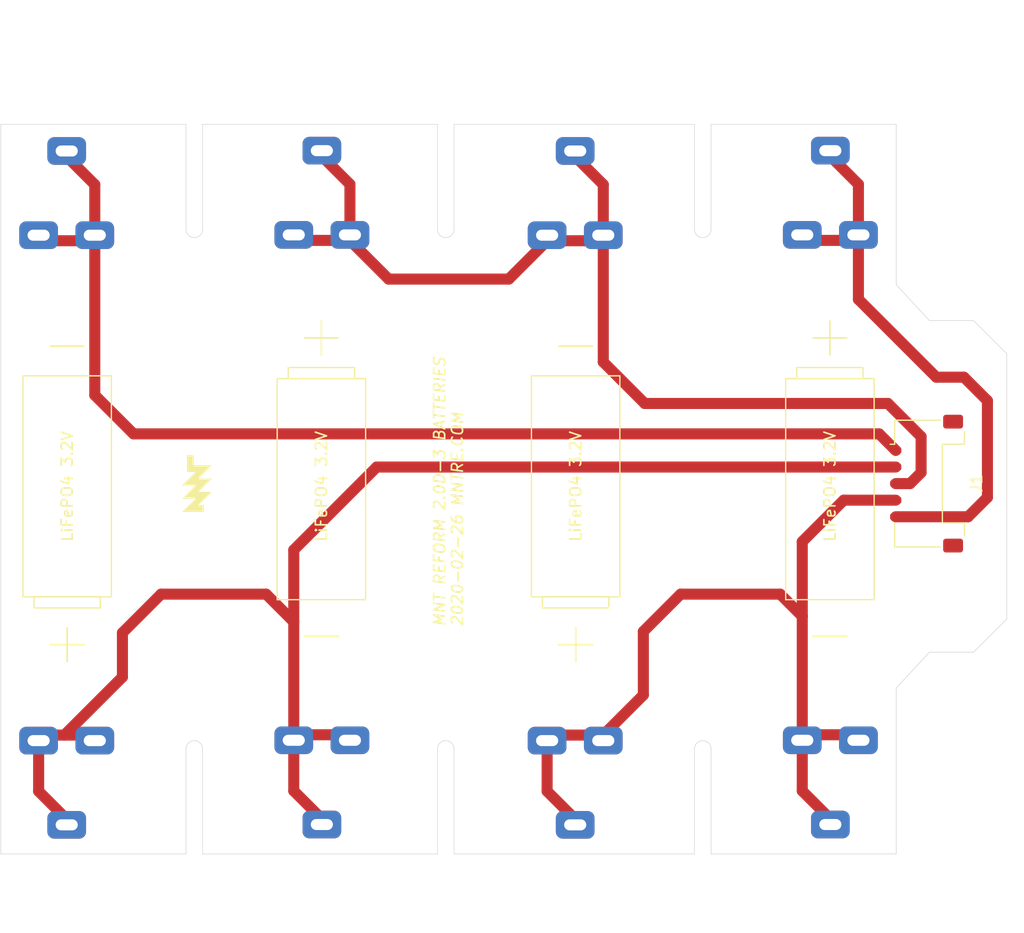
<source format=kicad_pcb>
(kicad_pcb (version 20171130) (host pcbnew 5.1.2+dfsg1-1)

  (general
    (thickness 1.6)
    (drawings 42)
    (tracks 64)
    (zones 0)
    (modules 14)
    (nets 6)
  )

  (page A4)
  (layers
    (0 F.Cu signal)
    (31 B.Cu signal)
    (32 B.Adhes user)
    (33 F.Adhes user)
    (34 B.Paste user)
    (35 F.Paste user)
    (36 B.SilkS user)
    (37 F.SilkS user)
    (38 B.Mask user)
    (39 F.Mask user)
    (40 Dwgs.User user)
    (41 Cmts.User user)
    (42 Eco1.User user)
    (43 Eco2.User user)
    (44 Edge.Cuts user)
    (45 Margin user)
    (46 B.CrtYd user)
    (47 F.CrtYd user)
    (48 B.Fab user hide)
    (49 F.Fab user hide)
  )

  (setup
    (last_trace_width 0.25)
    (trace_clearance 0.2)
    (zone_clearance 0.508)
    (zone_45_only no)
    (trace_min 0.2)
    (via_size 0.8)
    (via_drill 0.4)
    (via_min_size 0.4)
    (via_min_drill 0.3)
    (uvia_size 0.3)
    (uvia_drill 0.1)
    (uvias_allowed no)
    (uvia_min_size 0.2)
    (uvia_min_drill 0.1)
    (edge_width 0.05)
    (segment_width 0.2)
    (pcb_text_width 0.3)
    (pcb_text_size 1.5 1.5)
    (mod_edge_width 0.12)
    (mod_text_size 1 1)
    (mod_text_width 0.15)
    (pad_size 1.524 1.524)
    (pad_drill 0.762)
    (pad_to_mask_clearance 0.051)
    (solder_mask_min_width 0.25)
    (aux_axis_origin 0 0)
    (visible_elements FFFFFF7F)
    (pcbplotparams
      (layerselection 0x010fc_ffffffff)
      (usegerberextensions false)
      (usegerberattributes true)
      (usegerberadvancedattributes false)
      (creategerberjobfile false)
      (excludeedgelayer true)
      (linewidth 0.100000)
      (plotframeref false)
      (viasonmask false)
      (mode 1)
      (useauxorigin false)
      (hpglpennumber 1)
      (hpglpenspeed 20)
      (hpglpendiameter 15.000000)
      (psnegative false)
      (psa4output false)
      (plotreference true)
      (plotvalue true)
      (plotinvisibletext false)
      (padsonsilk false)
      (subtractmaskfromsilk false)
      (outputformat 1)
      (mirror false)
      (drillshape 0)
      (scaleselection 1)
      (outputdirectory "reform2-batterypack-d3"))
  )

  (net 0 "")
  (net 1 "Net-(J1-Pad5)")
  (net 2 "Net-(J1-Pad4)")
  (net 3 "Net-(J1-Pad3)")
  (net 4 "Net-(J1-Pad2)")
  (net 5 "Net-(J1-Pad1)")

  (net_class Default "This is the default net class."
    (clearance 0.2)
    (trace_width 0.25)
    (via_dia 0.8)
    (via_drill 0.4)
    (uvia_dia 0.3)
    (uvia_drill 0.1)
  )

  (net_class PWR ""
    (clearance 0.2)
    (trace_width 1.5)
    (via_dia 0.8)
    (via_drill 0.4)
    (uvia_dia 0.3)
    (uvia_drill 0.1)
    (add_net "Net-(J1-Pad1)")
    (add_net "Net-(J1-Pad2)")
    (add_net "Net-(J1-Pad3)")
    (add_net "Net-(J1-Pad4)")
    (add_net "Net-(J1-Pad5)")
  )

  (module footprints:mnt-minilogo (layer F.Cu) (tedit 0) (tstamp 5E56C274)
    (at 113.25 120 90)
    (path /5E56D901)
    (fp_text reference H9 (at 0 0 90) (layer F.SilkS) hide
      (effects (font (size 1.524 1.524) (thickness 0.3)))
    )
    (fp_text value LOGO (at 0.75 0 90) (layer F.SilkS) hide
      (effects (font (size 1.524 1.524) (thickness 0.3)))
    )
    (fp_poly (pts (xy -1.9558 -0.7239) (xy -1.354667 -0.122811) (xy -1.354667 -0.721806) (xy -1.354561 -0.829796)
      (xy -1.354254 -0.929905) (xy -1.353758 -1.021054) (xy -1.353088 -1.102165) (xy -1.352258 -1.172162)
      (xy -1.35128 -1.229967) (xy -1.350169 -1.274502) (xy -1.348939 -1.30469) (xy -1.347603 -1.319454)
      (xy -1.347041 -1.3208) (xy -1.340135 -1.314917) (xy -1.322129 -1.297806) (xy -1.293837 -1.270277)
      (xy -1.256071 -1.233136) (xy -1.209644 -1.187193) (xy -1.155367 -1.133255) (xy -1.094054 -1.072132)
      (xy -1.026517 -1.00463) (xy -0.953568 -0.931558) (xy -0.87602 -0.853725) (xy -0.794685 -0.771938)
      (xy -0.745908 -0.722819) (xy -0.1524 -0.124838) (xy -0.1524 -0.722819) (xy -0.152312 -0.821758)
      (xy -0.152058 -0.915585) (xy -0.151652 -1.002952) (xy -0.151109 -1.08251) (xy -0.150444 -1.152909)
      (xy -0.149669 -1.212802) (xy -0.1488 -1.260839) (xy -0.147852 -1.295671) (xy -0.146838 -1.31595)
      (xy -0.146027 -1.3208) (xy -0.139274 -1.31494) (xy -0.121377 -1.297899) (xy -0.093153 -1.270483)
      (xy -0.055417 -1.2335) (xy -0.008984 -1.187757) (xy 0.045328 -1.134061) (xy 0.106706 -1.073219)
      (xy 0.174333 -1.006037) (xy 0.247393 -0.933323) (xy 0.325071 -0.855885) (xy 0.406551 -0.774528)
      (xy 0.45299 -0.728105) (xy 1.045634 -0.135411) (xy 1.049867 -0.518555) (xy 1.0541 -0.9017)
      (xy 1.805517 -0.903862) (xy 2.556934 -0.906025) (xy 2.556934 -0.304948) (xy 1.655234 -0.300566)
      (xy 1.653074 0.512168) (xy 1.650914 1.324903) (xy 1.049824 0.723857) (xy 0.448733 0.122812)
      (xy 0.448733 1.324989) (xy -0.152342 0.723958) (xy -0.753418 0.122926) (xy -0.755592 0.721872)
      (xy -0.757766 1.320817) (xy -1.356783 0.7218) (xy -1.9558 0.122782) (xy -1.9558 0.601133)
      (xy -2.556933 0.601133) (xy -2.556933 -1.324988) (xy -1.9558 -0.7239)) (layer F.SilkS) (width 0.01))
  )

  (module reform2-batterypack:Keystone54 (layer F.Cu) (tedit 5E56AB52) (tstamp 5D9660E8)
    (at 168 98)
    (path /5F0FA861)
    (fp_text reference U4 (at -0.5 -4 90) (layer F.SilkS) hide
      (effects (font (size 1 0.9) (thickness 0.05)))
    )
    (fp_text value KEYSTONE_54 (at 2.5 4) (layer F.SilkS) hide
      (effects (font (size 1 0.9) (thickness 0.05)))
    )
    (fp_text user "LiFePO4 3.2V" (at 2.5 22.25 90) (layer F.SilkS)
      (effects (font (size 1 1) (thickness 0.15)))
    )
    (fp_text user - (at 2.5 35.5) (layer F.SilkS)
      (effects (font (size 4 4) (thickness 0.15)))
    )
    (fp_line (start -1.5 32.5) (end -1.5 12.5) (layer F.SilkS) (width 0.12))
    (fp_line (start 6.5 32.5) (end -1.5 32.5) (layer F.SilkS) (width 0.12))
    (fp_line (start 6.5 12.5) (end 6.5 32.5) (layer F.SilkS) (width 0.12))
    (fp_line (start -1.5 12.5) (end 6.5 12.5) (layer F.SilkS) (width 0.12))
    (fp_line (start -0.5 12.5) (end -0.5 11.5) (layer F.SilkS) (width 0.12))
    (fp_line (start 5.5 12.5) (end -0.5 12.5) (layer F.SilkS) (width 0.12))
    (fp_line (start 5.5 11.5) (end 5.5 12.5) (layer F.SilkS) (width 0.12))
    (fp_line (start -0.5 11.5) (end 5.5 11.5) (layer F.SilkS) (width 0.12))
    (fp_text user + (at 2.5 8.5) (layer F.SilkS)
      (effects (font (size 4 4) (thickness 0.15)))
    )
    (pad 6 thru_hole roundrect (at 2.54 52.84) (size 3.5 2.5) (drill oval 2 1) (layers *.Cu *.Mask) (roundrect_rratio 0.25)
      (net 2 "Net-(J1-Pad4)"))
    (pad 5 thru_hole roundrect (at 5.08 45.22) (size 3.5 2.5) (drill oval 2 1) (layers *.Cu *.Mask) (roundrect_rratio 0.25)
      (net 2 "Net-(J1-Pad4)"))
    (pad 4 thru_hole roundrect (at 0 45.22) (size 3.5 2.5) (drill oval 2 1) (layers *.Cu *.Mask) (roundrect_rratio 0.25)
      (net 2 "Net-(J1-Pad4)"))
    (pad 3 thru_hole roundrect (at 2.54 -8.12) (size 3.5 2.5) (drill oval 2 1) (layers *.Cu *.Mask) (roundrect_rratio 0.25)
      (net 1 "Net-(J1-Pad5)"))
    (pad 2 thru_hole roundrect (at 5.08 -0.5) (size 3.5 2.5) (drill oval 2 1) (layers *.Cu *.Mask) (roundrect_rratio 0.25)
      (net 1 "Net-(J1-Pad5)"))
    (pad 1 thru_hole roundrect (at 0 -0.5) (size 3.5 2.5) (drill oval 2 1) (layers *.Cu *.Mask) (roundrect_rratio 0.25)
      (net 1 "Net-(J1-Pad5)"))
    (model "${KIPRJMOD}/3d-models/Bateria 18650 3.7 V 1300 mAh d.18 mm.STEP"
      (offset (xyz 2.5 -56 10.5))
      (scale (xyz 1 1 1))
      (rotate (xyz 0 0 0))
    )
    (model ${KIPRJMOD}/3d-models/keystone-PN54.STEP
      (offset (xyz 2.5 -1.25 0))
      (scale (xyz 1 1 1))
      (rotate (xyz -90 0 -90))
    )
    (model ${KIPRJMOD}/3d-models/keystone-PN54.STEP
      (offset (xyz 2.5 -43.5 0))
      (scale (xyz 1 1 1))
      (rotate (xyz -90 0 90))
    )
  )

  (module reform2-batterypack:Keystone54 (layer F.Cu) (tedit 5E56AB52) (tstamp 5D9B2089)
    (at 150 142.75 180)
    (path /5F0FA857)
    (fp_text reference U3 (at -0.5 -4.25 90) (layer F.SilkS) hide
      (effects (font (size 1 0.9) (thickness 0.05)))
    )
    (fp_text value KEYSTONE_54 (at 2 4) (layer F.SilkS) hide
      (effects (font (size 1 0.9) (thickness 0.05)))
    )
    (fp_text user "LiFePO4 3.2V" (at 2.5 22.5 90) (layer F.SilkS)
      (effects (font (size 1 1) (thickness 0.15)))
    )
    (fp_text user - (at 2.5 35.5) (layer F.SilkS)
      (effects (font (size 4 4) (thickness 0.15)))
    )
    (fp_line (start -1.5 32.5) (end -1.5 12.5) (layer F.SilkS) (width 0.12))
    (fp_line (start 6.5 32.5) (end -1.5 32.5) (layer F.SilkS) (width 0.12))
    (fp_line (start 6.5 12.5) (end 6.5 32.5) (layer F.SilkS) (width 0.12))
    (fp_line (start -1.5 12.5) (end 6.5 12.5) (layer F.SilkS) (width 0.12))
    (fp_line (start -0.5 12.5) (end -0.5 11.5) (layer F.SilkS) (width 0.12))
    (fp_line (start 5.5 12.5) (end -0.5 12.5) (layer F.SilkS) (width 0.12))
    (fp_line (start 5.5 11.5) (end 5.5 12.5) (layer F.SilkS) (width 0.12))
    (fp_line (start -0.5 11.5) (end 5.5 11.5) (layer F.SilkS) (width 0.12))
    (fp_text user + (at 2.5 8.5) (layer F.SilkS)
      (effects (font (size 4 4) (thickness 0.15)))
    )
    (pad 6 thru_hole roundrect (at 2.54 52.84 180) (size 3.5 2.5) (drill oval 2 1) (layers *.Cu *.Mask) (roundrect_rratio 0.25)
      (net 3 "Net-(J1-Pad3)"))
    (pad 5 thru_hole roundrect (at 5.08 45.22 180) (size 3.5 2.5) (drill oval 2 1) (layers *.Cu *.Mask) (roundrect_rratio 0.25)
      (net 3 "Net-(J1-Pad3)"))
    (pad 4 thru_hole roundrect (at 0 45.22 180) (size 3.5 2.5) (drill oval 2 1) (layers *.Cu *.Mask) (roundrect_rratio 0.25)
      (net 3 "Net-(J1-Pad3)"))
    (pad 3 thru_hole roundrect (at 2.54 -8.12 180) (size 3.5 2.5) (drill oval 2 1) (layers *.Cu *.Mask) (roundrect_rratio 0.25)
      (net 2 "Net-(J1-Pad4)"))
    (pad 2 thru_hole roundrect (at 5.08 -0.5 180) (size 3.5 2.5) (drill oval 2 1) (layers *.Cu *.Mask) (roundrect_rratio 0.25)
      (net 2 "Net-(J1-Pad4)"))
    (pad 1 thru_hole roundrect (at 0 -0.5 180) (size 3.5 2.5) (drill oval 2 1) (layers *.Cu *.Mask) (roundrect_rratio 0.25)
      (net 2 "Net-(J1-Pad4)"))
    (model "${KIPRJMOD}/3d-models/Bateria 18650 3.7 V 1300 mAh d.18 mm.STEP"
      (offset (xyz 2.5 -56 10.5))
      (scale (xyz 1 1 1))
      (rotate (xyz 0 0 0))
    )
    (model ${KIPRJMOD}/3d-models/keystone-PN54.STEP
      (offset (xyz 2.5 -1.25 0))
      (scale (xyz 1 1 1))
      (rotate (xyz -90 0 -90))
    )
    (model ${KIPRJMOD}/3d-models/keystone-PN54.STEP
      (offset (xyz 2.5 -43.5 0))
      (scale (xyz 1 1 1))
      (rotate (xyz -90 0 90))
    )
  )

  (module reform2-batterypack:Keystone54 (layer F.Cu) (tedit 5E56AB52) (tstamp 5D966038)
    (at 122 98)
    (path /5F0F9013)
    (fp_text reference U2 (at -1 -5 90) (layer F.SilkS) hide
      (effects (font (size 1 0.9) (thickness 0.05)))
    )
    (fp_text value KEYSTONE_54 (at 2.5 4) (layer F.SilkS) hide
      (effects (font (size 1 0.9) (thickness 0.05)))
    )
    (fp_text user "LiFePO4 3.2V" (at 2.5 22.25 90) (layer F.SilkS)
      (effects (font (size 1 1) (thickness 0.15)))
    )
    (fp_text user - (at 2.5 35.5) (layer F.SilkS)
      (effects (font (size 4 4) (thickness 0.15)))
    )
    (fp_line (start -1.5 32.5) (end -1.5 12.5) (layer F.SilkS) (width 0.12))
    (fp_line (start 6.5 32.5) (end -1.5 32.5) (layer F.SilkS) (width 0.12))
    (fp_line (start 6.5 12.5) (end 6.5 32.5) (layer F.SilkS) (width 0.12))
    (fp_line (start -1.5 12.5) (end 6.5 12.5) (layer F.SilkS) (width 0.12))
    (fp_line (start -0.5 12.5) (end -0.5 11.5) (layer F.SilkS) (width 0.12))
    (fp_line (start 5.5 12.5) (end -0.5 12.5) (layer F.SilkS) (width 0.12))
    (fp_line (start 5.5 11.5) (end 5.5 12.5) (layer F.SilkS) (width 0.12))
    (fp_line (start -0.5 11.5) (end 5.5 11.5) (layer F.SilkS) (width 0.12))
    (fp_text user + (at 2.5 8.5) (layer F.SilkS)
      (effects (font (size 4 4) (thickness 0.15)))
    )
    (pad 6 thru_hole roundrect (at 2.54 52.84) (size 3.5 2.5) (drill oval 2 1) (layers *.Cu *.Mask) (roundrect_rratio 0.25)
      (net 4 "Net-(J1-Pad2)"))
    (pad 5 thru_hole roundrect (at 5.08 45.22) (size 3.5 2.5) (drill oval 2 1) (layers *.Cu *.Mask) (roundrect_rratio 0.25)
      (net 4 "Net-(J1-Pad2)"))
    (pad 4 thru_hole roundrect (at 0 45.22) (size 3.5 2.5) (drill oval 2 1) (layers *.Cu *.Mask) (roundrect_rratio 0.25)
      (net 4 "Net-(J1-Pad2)"))
    (pad 3 thru_hole roundrect (at 2.54 -8.12) (size 3.5 2.5) (drill oval 2 1) (layers *.Cu *.Mask) (roundrect_rratio 0.25)
      (net 3 "Net-(J1-Pad3)"))
    (pad 2 thru_hole roundrect (at 5.08 -0.5) (size 3.5 2.5) (drill oval 2 1) (layers *.Cu *.Mask) (roundrect_rratio 0.25)
      (net 3 "Net-(J1-Pad3)"))
    (pad 1 thru_hole roundrect (at 0 -0.5) (size 3.5 2.5) (drill oval 2 1) (layers *.Cu *.Mask) (roundrect_rratio 0.25)
      (net 3 "Net-(J1-Pad3)"))
    (model "${KIPRJMOD}/3d-models/Bateria 18650 3.7 V 1300 mAh d.18 mm.STEP"
      (offset (xyz 2.5 -56 10.5))
      (scale (xyz 1 1 1))
      (rotate (xyz 0 0 0))
    )
    (model ${KIPRJMOD}/3d-models/keystone-PN54.STEP
      (offset (xyz 2.5 -1.25 0))
      (scale (xyz 1 1 1))
      (rotate (xyz -90 0 -90))
    )
    (model ${KIPRJMOD}/3d-models/keystone-PN54.STEP
      (offset (xyz 2.5 -43.5 0))
      (scale (xyz 1 1 1))
      (rotate (xyz -90 0 90))
    )
  )

  (module reform2-batterypack:Keystone54 (layer F.Cu) (tedit 5E56AB52) (tstamp 5D9B10C8)
    (at 104 142.75 180)
    (path /5F0F7120)
    (fp_text reference U1 (at -1 -5.25 270) (layer F.SilkS) hide
      (effects (font (size 1 0.9) (thickness 0.05)))
    )
    (fp_text value KEYSTONE_54 (at 2 4 180) (layer F.SilkS) hide
      (effects (font (size 1 0.9) (thickness 0.05)))
    )
    (fp_text user + (at 2.5 8.5 180) (layer F.SilkS)
      (effects (font (size 4 4) (thickness 0.15)))
    )
    (fp_line (start -0.5 11.5) (end 5.5 11.5) (layer F.SilkS) (width 0.12))
    (fp_line (start 5.5 11.5) (end 5.5 12.5) (layer F.SilkS) (width 0.12))
    (fp_line (start 5.5 12.5) (end -0.5 12.5) (layer F.SilkS) (width 0.12))
    (fp_line (start -0.5 12.5) (end -0.5 11.5) (layer F.SilkS) (width 0.12))
    (fp_line (start -1.5 12.5) (end 6.5 12.5) (layer F.SilkS) (width 0.12))
    (fp_line (start 6.5 12.5) (end 6.5 32.5) (layer F.SilkS) (width 0.12))
    (fp_line (start 6.5 32.5) (end -1.5 32.5) (layer F.SilkS) (width 0.12))
    (fp_line (start -1.5 32.5) (end -1.5 12.5) (layer F.SilkS) (width 0.12))
    (fp_text user - (at 2.5 35.5 180) (layer F.SilkS)
      (effects (font (size 4 4) (thickness 0.15)))
    )
    (fp_text user "LiFePO4 3.2V" (at 2.5 22.5 270) (layer F.SilkS)
      (effects (font (size 1 1) (thickness 0.15)))
    )
    (pad 1 thru_hole roundrect (at 0 -0.5 180) (size 3.5 2.5) (drill oval 2 1) (layers *.Cu *.Mask) (roundrect_rratio 0.25)
      (net 4 "Net-(J1-Pad2)"))
    (pad 2 thru_hole roundrect (at 5.08 -0.5 180) (size 3.5 2.5) (drill oval 2 1) (layers *.Cu *.Mask) (roundrect_rratio 0.25)
      (net 4 "Net-(J1-Pad2)"))
    (pad 3 thru_hole roundrect (at 2.54 -8.12 180) (size 3.5 2.5) (drill oval 2 1) (layers *.Cu *.Mask) (roundrect_rratio 0.25)
      (net 4 "Net-(J1-Pad2)"))
    (pad 4 thru_hole roundrect (at 0 45.22 180) (size 3.5 2.5) (drill oval 2 1) (layers *.Cu *.Mask) (roundrect_rratio 0.25)
      (net 5 "Net-(J1-Pad1)"))
    (pad 5 thru_hole roundrect (at 5.08 45.22 180) (size 3.5 2.5) (drill oval 2 1) (layers *.Cu *.Mask) (roundrect_rratio 0.25)
      (net 5 "Net-(J1-Pad1)"))
    (pad 6 thru_hole roundrect (at 2.54 52.84 180) (size 3.5 2.5) (drill oval 2 1) (layers *.Cu *.Mask) (roundrect_rratio 0.25)
      (net 5 "Net-(J1-Pad1)"))
    (model "${KIPRJMOD}/3d-models/Bateria 18650 3.7 V 1300 mAh d.18 mm.STEP"
      (offset (xyz 2.5 -56 10.5))
      (scale (xyz 1 1 1))
      (rotate (xyz 0 0 0))
    )
    (model ${KIPRJMOD}/3d-models/keystone-PN54.STEP
      (offset (xyz 2.5 -1.25 0))
      (scale (xyz 1 1 1))
      (rotate (xyz -90 0 -90))
    )
    (model ${KIPRJMOD}/3d-models/keystone-PN54.STEP
      (offset (xyz 2.5 -43.5 0))
      (scale (xyz 1 1 1))
      (rotate (xyz -90 0 90))
    )
  )

  (module MountingHole:MountingHole_2.2mm_M2 (layer F.Cu) (tedit 56D1B4CB) (tstamp 5E54A057)
    (at 159 140.5)
    (descr "Mounting Hole 2.2mm, no annular, M2")
    (tags "mounting hole 2.2mm no annular m2")
    (path /5E6492B6)
    (attr virtual)
    (fp_text reference H8 (at 0 -3.2) (layer F.SilkS) hide
      (effects (font (size 1 1) (thickness 0.15)))
    )
    (fp_text value MountingHole (at 0 3.2) (layer F.Fab)
      (effects (font (size 1 1) (thickness 0.15)))
    )
    (fp_circle (center 0 0) (end 2.45 0) (layer F.CrtYd) (width 0.05))
    (fp_circle (center 0 0) (end 2.2 0) (layer Cmts.User) (width 0.15))
    (fp_text user %R (at 0.3 0) (layer F.Fab)
      (effects (font (size 1 1) (thickness 0.15)))
    )
    (pad 1 np_thru_hole circle (at 0 0) (size 2.2 2.2) (drill 2.2) (layers *.Cu *.Mask))
  )

  (module MountingHole:MountingHole_2.2mm_M2 (layer F.Cu) (tedit 56D1B4CB) (tstamp 5E54A04F)
    (at 113 140.5)
    (descr "Mounting Hole 2.2mm, no annular, M2")
    (tags "mounting hole 2.2mm no annular m2")
    (path /5E6492AC)
    (attr virtual)
    (fp_text reference H7 (at 0 -3.2) (layer F.SilkS) hide
      (effects (font (size 1 1) (thickness 0.15)))
    )
    (fp_text value MountingHole (at 0 3.2) (layer F.Fab)
      (effects (font (size 1 1) (thickness 0.15)))
    )
    (fp_circle (center 0 0) (end 2.45 0) (layer F.CrtYd) (width 0.05))
    (fp_circle (center 0 0) (end 2.2 0) (layer Cmts.User) (width 0.15))
    (fp_text user %R (at 0.3 0) (layer F.Fab)
      (effects (font (size 1 1) (thickness 0.15)))
    )
    (pad 1 np_thru_hole circle (at 0 0) (size 2.2 2.2) (drill 2.2) (layers *.Cu *.Mask))
  )

  (module MountingHole:MountingHole_2.2mm_M2 (layer F.Cu) (tedit 56D1B4CB) (tstamp 5E54A047)
    (at 159 106.5)
    (descr "Mounting Hole 2.2mm, no annular, M2")
    (tags "mounting hole 2.2mm no annular m2")
    (path /5E6492A2)
    (attr virtual)
    (fp_text reference H6 (at 0 -3.2) (layer F.SilkS) hide
      (effects (font (size 1 1) (thickness 0.15)))
    )
    (fp_text value MountingHole (at 0 3.2) (layer F.Fab)
      (effects (font (size 1 1) (thickness 0.15)))
    )
    (fp_circle (center 0 0) (end 2.45 0) (layer F.CrtYd) (width 0.05))
    (fp_circle (center 0 0) (end 2.2 0) (layer Cmts.User) (width 0.15))
    (fp_text user %R (at 0.3 0) (layer F.Fab)
      (effects (font (size 1 1) (thickness 0.15)))
    )
    (pad 1 np_thru_hole circle (at 0 0) (size 2.2 2.2) (drill 2.2) (layers *.Cu *.Mask))
  )

  (module MountingHole:MountingHole_2.2mm_M2 (layer F.Cu) (tedit 56D1B4CB) (tstamp 5E54A03F)
    (at 113 106.5)
    (descr "Mounting Hole 2.2mm, no annular, M2")
    (tags "mounting hole 2.2mm no annular m2")
    (path /5E649298)
    (attr virtual)
    (fp_text reference H5 (at 0 -3.2) (layer F.SilkS) hide
      (effects (font (size 1 1) (thickness 0.15)))
    )
    (fp_text value MountingHole (at 0 3.2) (layer F.Fab)
      (effects (font (size 1 1) (thickness 0.15)))
    )
    (fp_circle (center 0 0) (end 2.45 0) (layer F.CrtYd) (width 0.05))
    (fp_circle (center 0 0) (end 2.2 0) (layer Cmts.User) (width 0.15))
    (fp_text user %R (at 0.3 0) (layer F.Fab)
      (effects (font (size 1 1) (thickness 0.15)))
    )
    (pad 1 np_thru_hole circle (at 0 0) (size 2.2 2.2) (drill 2.2) (layers *.Cu *.Mask))
  )

  (module Connector_Molex:Molex_Pico-Lock_504050-0591_1x05-1MP_P1.50mm_Horizontal (layer F.Cu) (tedit 5B78AD89) (tstamp 5D9AF587)
    (at 179.25 120 270)
    (descr "Molex Pico-Lock series connector, 504050-0591 (http://www.molex.com/pdm_docs/sd/5040500891_sd.pdf), generated with kicad-footprint-generator")
    (tags "connector Molex Pico-Lock top entry")
    (path /5DC7747A)
    (attr smd)
    (fp_text reference J1 (at 0 -4.52 90) (layer F.SilkS)
      (effects (font (size 1 1) (thickness 0.15)))
    )
    (fp_text value Conn_01x05_Female (at 0 4.5 90) (layer F.Fab)
      (effects (font (size 1 1) (thickness 0.15)))
    )
    (fp_text user %R (at 0 -0.27 90) (layer F.Fab)
      (effects (font (size 1 1) (thickness 0.15)))
    )
    (fp_line (start -3 2.077893) (end -2.5 2.785) (layer F.Fab) (width 0.1))
    (fp_line (start -3.5 2.785) (end -3 2.077893) (layer F.Fab) (width 0.1))
    (fp_line (start 6.73 -3.82) (end -6.73 -3.82) (layer F.CrtYd) (width 0.05))
    (fp_line (start 6.73 3.8) (end 6.73 -3.82) (layer F.CrtYd) (width 0.05))
    (fp_line (start -6.73 3.8) (end 6.73 3.8) (layer F.CrtYd) (width 0.05))
    (fp_line (start -6.73 -3.82) (end -6.73 3.8) (layer F.CrtYd) (width 0.05))
    (fp_line (start 5.625 2.785) (end 5.625 -3.315) (layer F.Fab) (width 0.1))
    (fp_line (start -5.625 2.785) (end -5.625 -3.315) (layer F.Fab) (width 0.1))
    (fp_line (start 3.675 -3.315) (end 5.625 -3.315) (layer F.Fab) (width 0.1))
    (fp_line (start 3.675 -1.315) (end 3.675 -3.315) (layer F.Fab) (width 0.1))
    (fp_line (start -3.675 -1.315) (end 3.675 -1.315) (layer F.Fab) (width 0.1))
    (fp_line (start -3.675 -3.315) (end -3.675 -1.315) (layer F.Fab) (width 0.1))
    (fp_line (start -5.625 -3.315) (end -3.675 -3.315) (layer F.Fab) (width 0.1))
    (fp_line (start 3.565 -3.425) (end 4.72 -3.425) (layer F.SilkS) (width 0.12))
    (fp_line (start 3.565 -1.425) (end 3.565 -3.425) (layer F.SilkS) (width 0.12))
    (fp_line (start -3.565 -1.425) (end 3.565 -1.425) (layer F.SilkS) (width 0.12))
    (fp_line (start -3.565 -3.425) (end -3.565 -1.425) (layer F.SilkS) (width 0.12))
    (fp_line (start -4.72 -3.425) (end -3.565 -3.425) (layer F.SilkS) (width 0.12))
    (fp_line (start 5.735 2.895) (end 3.56 2.895) (layer F.SilkS) (width 0.12))
    (fp_line (start 5.735 -1.235) (end 5.735 2.895) (layer F.SilkS) (width 0.12))
    (fp_line (start -3.56 2.895) (end -3.56 3.295) (layer F.SilkS) (width 0.12))
    (fp_line (start -5.735 2.895) (end -3.56 2.895) (layer F.SilkS) (width 0.12))
    (fp_line (start -5.735 -1.235) (end -5.735 2.895) (layer F.SilkS) (width 0.12))
    (fp_line (start -5.625 2.785) (end 5.625 2.785) (layer F.Fab) (width 0.1))
    (pad MP smd roundrect (at 5.605 -2.395 270) (size 1.25 1.8) (layers F.Cu F.Paste F.Mask) (roundrect_rratio 0.2))
    (pad MP smd roundrect (at -5.605 -2.395 270) (size 1.25 1.8) (layers F.Cu F.Paste F.Mask) (roundrect_rratio 0.2))
    (pad 5 smd roundrect (at 3 2.795 270) (size 0.6 1) (layers F.Cu F.Paste F.Mask) (roundrect_rratio 0.25)
      (net 1 "Net-(J1-Pad5)"))
    (pad 4 smd roundrect (at 1.5 2.795 270) (size 0.6 1) (layers F.Cu F.Paste F.Mask) (roundrect_rratio 0.25)
      (net 2 "Net-(J1-Pad4)"))
    (pad 3 smd roundrect (at 0 2.795 270) (size 0.6 1) (layers F.Cu F.Paste F.Mask) (roundrect_rratio 0.25)
      (net 3 "Net-(J1-Pad3)"))
    (pad 2 smd roundrect (at -1.5 2.795 270) (size 0.6 1) (layers F.Cu F.Paste F.Mask) (roundrect_rratio 0.25)
      (net 4 "Net-(J1-Pad2)"))
    (pad 1 smd roundrect (at -3 2.795 270) (size 0.6 1) (layers F.Cu F.Paste F.Mask) (roundrect_rratio 0.25)
      (net 5 "Net-(J1-Pad1)"))
    (model ${KISYS3DMOD}/Connector_Molex.3dshapes/Molex_Pico-Lock_504050-0591_1x05-1MP_P1.50mm_Horizontal.wrl
      (at (xyz 0 0 0))
      (scale (xyz 1 1 1))
      (rotate (xyz 0 0 0))
    )
  )

  (module MountingHole:MountingHole_2.2mm_M2 (layer F.Cu) (tedit 56D1B4CB) (tstamp 5D9AFD21)
    (at 159 134.5)
    (descr "Mounting Hole 2.2mm, no annular, M2")
    (tags "mounting hole 2.2mm no annular m2")
    (path /5DC7B8FF)
    (attr virtual)
    (fp_text reference H4 (at 0 -3.2) (layer F.SilkS) hide
      (effects (font (size 1 1) (thickness 0.15)))
    )
    (fp_text value MountingHole (at 0 3.2) (layer F.Fab)
      (effects (font (size 1 1) (thickness 0.15)))
    )
    (fp_circle (center 0 0) (end 2.45 0) (layer F.CrtYd) (width 0.05))
    (fp_circle (center 0 0) (end 2.2 0) (layer Cmts.User) (width 0.15))
    (fp_text user %R (at 0.3 0) (layer F.Fab)
      (effects (font (size 1 1) (thickness 0.15)))
    )
    (pad 1 np_thru_hole circle (at 0 0) (size 2.2 2.2) (drill 2.2) (layers *.Cu *.Mask))
  )

  (module MountingHole:MountingHole_2.2mm_M2 (layer F.Cu) (tedit 56D1B4CB) (tstamp 5D9AFD19)
    (at 113 134.5)
    (descr "Mounting Hole 2.2mm, no annular, M2")
    (tags "mounting hole 2.2mm no annular m2")
    (path /5DC7B6D8)
    (attr virtual)
    (fp_text reference H3 (at 0 -3.2) (layer F.SilkS) hide
      (effects (font (size 1 1) (thickness 0.15)))
    )
    (fp_text value MountingHole (at 0 3.2) (layer F.Fab)
      (effects (font (size 1 1) (thickness 0.15)))
    )
    (fp_circle (center 0 0) (end 2.45 0) (layer F.CrtYd) (width 0.05))
    (fp_circle (center 0 0) (end 2.2 0) (layer Cmts.User) (width 0.15))
    (fp_text user %R (at 0.3 0) (layer F.Fab)
      (effects (font (size 1 1) (thickness 0.15)))
    )
    (pad 1 np_thru_hole circle (at 0 0) (size 2.2 2.2) (drill 2.2) (layers *.Cu *.Mask))
  )

  (module MountingHole:MountingHole_2.2mm_M2 (layer F.Cu) (tedit 56D1B4CB) (tstamp 5D9AFF23)
    (at 159 100.5)
    (descr "Mounting Hole 2.2mm, no annular, M2")
    (tags "mounting hole 2.2mm no annular m2")
    (path /5DC7B332)
    (attr virtual)
    (fp_text reference H2 (at 0 -3.2) (layer F.SilkS) hide
      (effects (font (size 1 1) (thickness 0.15)))
    )
    (fp_text value MountingHole (at 0 3.2) (layer F.Fab)
      (effects (font (size 1 1) (thickness 0.15)))
    )
    (fp_circle (center 0 0) (end 2.45 0) (layer F.CrtYd) (width 0.05))
    (fp_circle (center 0 0) (end 2.2 0) (layer Cmts.User) (width 0.15))
    (fp_text user %R (at 0.3 0) (layer F.Fab)
      (effects (font (size 1 1) (thickness 0.15)))
    )
    (pad 1 np_thru_hole circle (at 0 0) (size 2.2 2.2) (drill 2.2) (layers *.Cu *.Mask))
  )

  (module MountingHole:MountingHole_2.2mm_M2 (layer F.Cu) (tedit 56D1B4CB) (tstamp 5D9B3339)
    (at 113 100.5)
    (descr "Mounting Hole 2.2mm, no annular, M2")
    (tags "mounting hole 2.2mm no annular m2")
    (path /5DC7B165)
    (attr virtual)
    (fp_text reference H1 (at 0 -3.2) (layer F.SilkS) hide
      (effects (font (size 1 1) (thickness 0.15)))
    )
    (fp_text value MountingHole (at 0 3.2) (layer F.Fab)
      (effects (font (size 1 1) (thickness 0.15)))
    )
    (fp_circle (center 0 0) (end 2.45 0) (layer F.CrtYd) (width 0.05))
    (fp_circle (center 0 0) (end 2.2 0) (layer Cmts.User) (width 0.15))
    (fp_text user %R (at 0.3 0) (layer F.Fab)
      (effects (font (size 1 1) (thickness 0.15)))
    )
    (pad 1 np_thru_hole circle (at 0 0) (size 2.2 2.2) (drill 2.2) (layers *.Cu *.Mask))
  )

  (gr_line (start 159.75 153.5) (end 159.75 144) (layer Edge.Cuts) (width 0.05) (tstamp 5E552864))
  (gr_line (start 158.25 144) (end 158.25 153.5) (layer Edge.Cuts) (width 0.05) (tstamp 5E552863))
  (gr_arc (start 159 144) (end 159.75 144) (angle -180) (layer Edge.Cuts) (width 0.05) (tstamp 5E552862))
  (gr_arc (start 135.75 144) (end 136.5 144) (angle -180) (layer Edge.Cuts) (width 0.05) (tstamp 5E552854))
  (gr_line (start 135.75 98.25) (end 135.75 142.25) (layer Dwgs.User) (width 0.15))
  (gr_line (start 136.5 153.5) (end 136.5 144) (layer Edge.Cuts) (width 0.05) (tstamp 5E552853))
  (gr_line (start 135 144) (end 135 153.5) (layer Edge.Cuts) (width 0.05) (tstamp 5E552852))
  (gr_arc (start 113 144) (end 113.75 144) (angle -180) (layer Edge.Cuts) (width 0.05) (tstamp 5E55283D))
  (gr_line (start 113.75 153.5) (end 113.75 144) (layer Edge.Cuts) (width 0.05) (tstamp 5E55283C))
  (gr_line (start 112.25 144) (end 112.25 153.5) (layer Edge.Cuts) (width 0.05) (tstamp 5E55283B))
  (gr_arc (start 159 97) (end 158.25 97) (angle -180) (layer Edge.Cuts) (width 0.05) (tstamp 5E55282D))
  (gr_arc (start 135.75 97) (end 135 97) (angle -180) (layer Edge.Cuts) (width 0.05) (tstamp 5E55281E))
  (gr_arc (start 113 97) (end 112.25 97) (angle -180) (layer Edge.Cuts) (width 0.05))
  (gr_line (start 176.5 153.5) (end 159.75 153.5) (layer Edge.Cuts) (width 0.05) (tstamp 5E54BC70))
  (gr_line (start 158.25 153.5) (end 136.5 153.5) (layer Edge.Cuts) (width 0.05) (tstamp 5E54BC31))
  (gr_line (start 135 153.5) (end 113.75 153.5) (layer Edge.Cuts) (width 0.05) (tstamp 5E54BC2F))
  (gr_line (start 112.25 153.5) (end 95.5 153.5) (layer Edge.Cuts) (width 0.05))
  (gr_line (start 158.25 87.5) (end 158.25 97) (layer Edge.Cuts) (width 0.05) (tstamp 5E54BB54))
  (gr_line (start 159.75 87.5) (end 176.5 87.5) (layer Edge.Cuts) (width 0.05) (tstamp 5E54BB51))
  (gr_line (start 159.75 97) (end 159.75 87.5) (layer Edge.Cuts) (width 0.05) (tstamp 5E54BB50))
  (gr_line (start 135 87.5) (end 135 97) (layer Edge.Cuts) (width 0.05) (tstamp 5E54BB48))
  (gr_line (start 136.5 97) (end 136.5 87.5) (layer Edge.Cuts) (width 0.05) (tstamp 5E54BB47))
  (gr_line (start 136.5 87.5) (end 158.25 87.5) (layer Edge.Cuts) (width 0.05) (tstamp 5E54BB45))
  (gr_line (start 113.75 87.5) (end 135 87.5) (layer Edge.Cuts) (width 0.05))
  (gr_line (start 113.75 97) (end 113.75 87.5) (layer Edge.Cuts) (width 0.05))
  (gr_line (start 112.25 87.5) (end 112.25 97) (layer Edge.Cuts) (width 0.05))
  (gr_text "MNT REFORM 2.0D-3 BATTERIES\n2020-02-26 MNTRE.COM" (at 136 133 90) (layer F.SilkS)
    (effects (font (size 1 1) (thickness 0.15) italic) (justify left))
  )
  (dimension 17.5 (width 0.15) (layer Dwgs.User)
    (gr_text "17.500 mm" (at 167.75 161.05) (layer Dwgs.User)
      (effects (font (size 1 1) (thickness 0.15)))
    )
    (feature1 (pts (xy 176.5 138) (xy 176.5 160.336421)))
    (feature2 (pts (xy 159 138) (xy 159 160.336421)))
    (crossbar (pts (xy 159 159.75) (xy 176.5 159.75)))
    (arrow1a (pts (xy 176.5 159.75) (xy 175.373496 160.336421)))
    (arrow1b (pts (xy 176.5 159.75) (xy 175.373496 159.163579)))
    (arrow2a (pts (xy 159 159.75) (xy 160.126504 160.336421)))
    (arrow2b (pts (xy 159 159.75) (xy 160.126504 159.163579)))
  )
  (dimension 17.5 (width 0.15) (layer Dwgs.User)
    (gr_text "17.500 mm" (at 104.25 161.3) (layer Dwgs.User)
      (effects (font (size 1 1) (thickness 0.15)))
    )
    (feature1 (pts (xy 113 136.5) (xy 113 160.586421)))
    (feature2 (pts (xy 95.5 136.5) (xy 95.5 160.586421)))
    (crossbar (pts (xy 95.5 160) (xy 113 160)))
    (arrow1a (pts (xy 113 160) (xy 111.873496 160.586421)))
    (arrow1b (pts (xy 113 160) (xy 111.873496 159.413579)))
    (arrow2a (pts (xy 95.5 160) (xy 96.626504 160.586421)))
    (arrow2b (pts (xy 95.5 160) (xy 96.626504 159.413579)))
  )
  (dimension 81 (width 0.15) (layer Dwgs.User)
    (gr_text "81.000 mm" (at 136 80.2) (layer Dwgs.User)
      (effects (font (size 1 1) (thickness 0.15)))
    )
    (feature1 (pts (xy 176.5 87.5) (xy 176.5 80.913579)))
    (feature2 (pts (xy 95.5 87.5) (xy 95.5 80.913579)))
    (crossbar (pts (xy 95.5 81.5) (xy 176.5 81.5)))
    (arrow1a (pts (xy 176.5 81.5) (xy 175.373496 82.086421)))
    (arrow1b (pts (xy 176.5 81.5) (xy 175.373496 80.913579)))
    (arrow2a (pts (xy 95.5 81.5) (xy 96.626504 82.086421)))
    (arrow2b (pts (xy 95.5 81.5) (xy 96.626504 80.913579)))
  )
  (dimension 92.5 (width 0.15) (layer Dwgs.User)
    (gr_text "92.500 mm" (at 141.75 76.95) (layer Dwgs.User)
      (effects (font (size 1 1) (thickness 0.15)))
    )
    (feature1 (pts (xy 188 87.75) (xy 188 77.663579)))
    (feature2 (pts (xy 95.5 87.75) (xy 95.5 77.663579)))
    (crossbar (pts (xy 95.5 78.25) (xy 188 78.25)))
    (arrow1a (pts (xy 188 78.25) (xy 186.873496 78.836421)))
    (arrow1b (pts (xy 188 78.25) (xy 186.873496 77.663579)))
    (arrow2a (pts (xy 95.5 78.25) (xy 96.626504 78.836421)))
    (arrow2b (pts (xy 95.5 78.25) (xy 96.626504 77.663579)))
  )
  (gr_line (start 179.5 135.25) (end 176.5 138.5) (layer Edge.Cuts) (width 0.05) (tstamp 5DC33F17))
  (gr_line (start 183.5 135.25) (end 179.5 135.25) (layer Edge.Cuts) (width 0.05) (tstamp 5DC33F1A))
  (gr_line (start 186.5 132.25) (end 183.5 135.25) (layer Edge.Cuts) (width 0.05) (tstamp 5DC55B4F))
  (gr_line (start 186.5 108.25) (end 186.5 132.25) (layer Edge.Cuts) (width 0.05) (tstamp 5DC55B55))
  (gr_line (start 183.5 105.25) (end 186.5 108.25) (layer Edge.Cuts) (width 0.05) (tstamp 5DC55B52))
  (gr_line (start 179.5 105.25) (end 183.5 105.25) (layer Edge.Cuts) (width 0.05))
  (gr_line (start 176.5 102) (end 179.5 105.25) (layer Edge.Cuts) (width 0.05))
  (gr_line (start 176.5 153.5) (end 176.5 138.5) (layer Edge.Cuts) (width 0.05) (tstamp 5DC33CEB))
  (gr_line (start 176.5 102) (end 176.5 87.5) (layer Edge.Cuts) (width 0.05) (tstamp 5D9B12DD))
  (gr_line (start 95.5 153.5) (end 95.5 87.5) (layer Edge.Cuts) (width 0.05) (tstamp 5D9661A0))
  (gr_line (start 95.5 87.5) (end 112.25 87.5) (layer Edge.Cuts) (width 0.05))

  (segment (start 104 92.95) (end 101.46 90.41) (width 1) (layer F.Cu) (net 5))
  (segment (start 104 98.03) (end 104 92.95) (width 1) (layer F.Cu) (net 5))
  (segment (start 104 98.03) (end 98.92 98.03) (width 1) (layer F.Cu) (net 5))
  (segment (start 122 147.8) (end 124.54 150.34) (width 1) (layer F.Cu) (net 4))
  (segment (start 122 142.72) (end 122 147.8) (width 1) (layer F.Cu) (net 4))
  (segment (start 98.92 147.83) (end 101.46 150.37) (width 1) (layer F.Cu) (net 4))
  (segment (start 98.92 142.75) (end 98.92 147.83) (width 1) (layer F.Cu) (net 4))
  (segment (start 122 142.72) (end 127.08 142.72) (width 1) (layer F.Cu) (net 4))
  (segment (start 98.92 142.75) (end 101.25 142.75) (width 1) (layer F.Cu) (net 4))
  (segment (start 101.25 142.75) (end 104 142.75) (width 1) (layer F.Cu) (net 4))
  (segment (start 106.5 137.5) (end 101.25 142.75) (width 1) (layer F.Cu) (net 4))
  (segment (start 122 132.5) (end 119.5 130) (width 1) (layer F.Cu) (net 4))
  (segment (start 122 142.72) (end 122 132.5) (width 1) (layer F.Cu) (net 4))
  (segment (start 106.5 133.5) (end 106.5 137.5) (width 1) (layer F.Cu) (net 4))
  (segment (start 119.5 130) (end 110 130) (width 1) (layer F.Cu) (net 4))
  (segment (start 110 130) (end 106.5 133.5) (width 1) (layer F.Cu) (net 4))
  (segment (start 150 92.95) (end 147.46 90.41) (width 1) (layer F.Cu) (net 3))
  (segment (start 150 98.03) (end 150 92.95) (width 1) (layer F.Cu) (net 3))
  (segment (start 127.08 92.92) (end 124.54 90.38) (width 1) (layer F.Cu) (net 3))
  (segment (start 127.08 98) (end 127.08 92.92) (width 1) (layer F.Cu) (net 3))
  (segment (start 127.08 98) (end 122 98) (width 1) (layer F.Cu) (net 3))
  (segment (start 141.45 101.5) (end 144.92 98.03) (width 1) (layer F.Cu) (net 3))
  (segment (start 144.92 98.03) (end 150 98.03) (width 1) (layer F.Cu) (net 3))
  (segment (start 127.08 98) (end 130.58 101.5) (width 1) (layer F.Cu) (net 3))
  (segment (start 130.58 101.5) (end 141.45 101.5) (width 1) (layer F.Cu) (net 3))
  (segment (start 168 147.8) (end 170.54 150.34) (width 1) (layer F.Cu) (net 2))
  (segment (start 168 142.72) (end 168 147.8) (width 1) (layer F.Cu) (net 2))
  (segment (start 168 142.72) (end 173.08 142.72) (width 1) (layer F.Cu) (net 2))
  (segment (start 168 132) (end 168 142.72) (width 1) (layer F.Cu) (net 2))
  (segment (start 166 130) (end 168 132) (width 1) (layer F.Cu) (net 2))
  (segment (start 157 130) (end 166 130) (width 1) (layer F.Cu) (net 2))
  (segment (start 153.625 133.375) (end 157 130) (width 1) (layer F.Cu) (net 2))
  (segment (start 144.92 147.83) (end 144.92 142.75) (width 1) (layer F.Cu) (net 2))
  (segment (start 144.92 142.75) (end 150 142.75) (width 1) (layer F.Cu) (net 2))
  (segment (start 150 142.75) (end 153.625 139.125) (width 1) (layer F.Cu) (net 2))
  (segment (start 147.46 150.37) (end 144.92 147.83) (width 1) (layer F.Cu) (net 2))
  (segment (start 153.625 139.125) (end 153.625 133.375) (width 1) (layer F.Cu) (net 2))
  (segment (start 168 98) (end 173.08 98) (width 1) (layer F.Cu) (net 1))
  (segment (start 173.08 92.92) (end 170.54 90.38) (width 1) (layer F.Cu) (net 1))
  (segment (start 173.08 98) (end 173.08 92.92) (width 1) (layer F.Cu) (net 1))
  (segment (start 173.08 103.33) (end 173.08 97.5) (width 1) (layer F.Cu) (net 1))
  (segment (start 180.125 110.375) (end 173.08 103.33) (width 1) (layer F.Cu) (net 1))
  (segment (start 182.625 110.375) (end 180.125 110.375) (width 1) (layer F.Cu) (net 1))
  (segment (start 184.75 112.5) (end 182.625 110.375) (width 1) (layer F.Cu) (net 1))
  (segment (start 184.75 121.25) (end 184.75 112.5) (width 1) (layer F.Cu) (net 1))
  (segment (start 176.455 123) (end 183 123) (width 1) (layer F.Cu) (net 1))
  (segment (start 183 123) (end 184.75 121.25) (width 1) (layer F.Cu) (net 1))
  (segment (start 168 125.25) (end 168 132) (width 1) (layer F.Cu) (net 2))
  (segment (start 176.455 121.5) (end 171.75 121.5) (width 1) (layer F.Cu) (net 2))
  (segment (start 171.75 121.5) (end 168 125.25) (width 1) (layer F.Cu) (net 2))
  (segment (start 177.75 120) (end 178.75 119) (width 1) (layer F.Cu) (net 3))
  (segment (start 176.455 120) (end 177.75 120) (width 1) (layer F.Cu) (net 3))
  (segment (start 178.75 119) (end 178.75 115.75) (width 1) (layer F.Cu) (net 3))
  (segment (start 178.75 115.75) (end 175.75 112.75) (width 1) (layer F.Cu) (net 3))
  (segment (start 150 109) (end 150 97.53) (width 1) (layer F.Cu) (net 3))
  (segment (start 175.75 112.75) (end 153.75 112.75) (width 1) (layer F.Cu) (net 3))
  (segment (start 153.75 112.75) (end 150 109) (width 1) (layer F.Cu) (net 3))
  (segment (start 122 126) (end 122 132.5) (width 1) (layer F.Cu) (net 4))
  (segment (start 176.455 118.5) (end 129.5 118.5) (width 1) (layer F.Cu) (net 4))
  (segment (start 129.5 118.5) (end 122 126) (width 1) (layer F.Cu) (net 4))
  (segment (start 176.455 117) (end 174.955 115.5) (width 1) (layer F.Cu) (net 5))
  (segment (start 104 112) (end 104 97.53) (width 1) (layer F.Cu) (net 5))
  (segment (start 174.955 115.5) (end 107.5 115.5) (width 1) (layer F.Cu) (net 5))
  (segment (start 107.5 115.5) (end 104 112) (width 1) (layer F.Cu) (net 5))

)

</source>
